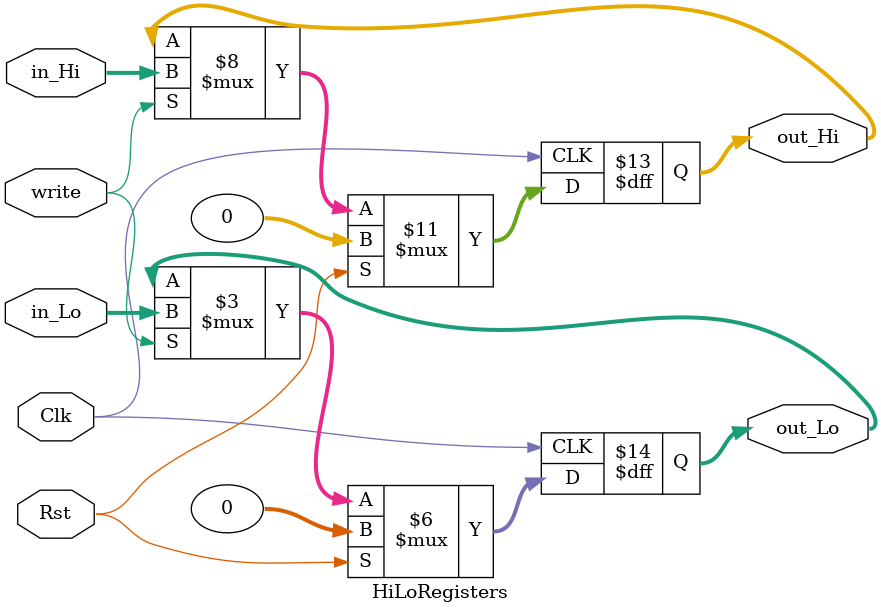
<source format=v>
`timescale 1ns / 1ps

module HiLoRegisters(Clk, Rst, in_Hi, in_Lo, out_Hi, out_Lo, write);
    input Clk;
    input Rst;
    input write;
    input [31:0] in_Hi;
    input [31:0] in_Lo;
    (* mark_debug = "true" *) output reg [31:0] out_Hi;
    (* mark_debug = "true" *) output reg [31:0] out_Lo;
    
    always @(posedge Clk) begin
        if(Rst) begin
            out_Hi <= 0;
            out_Lo <= 0;
        end
        else begin
            if(write == 1'b1) begin
                out_Hi <= in_Hi;
                out_Lo <= in_Lo;
            end
        end
    end
    
endmodule
</source>
